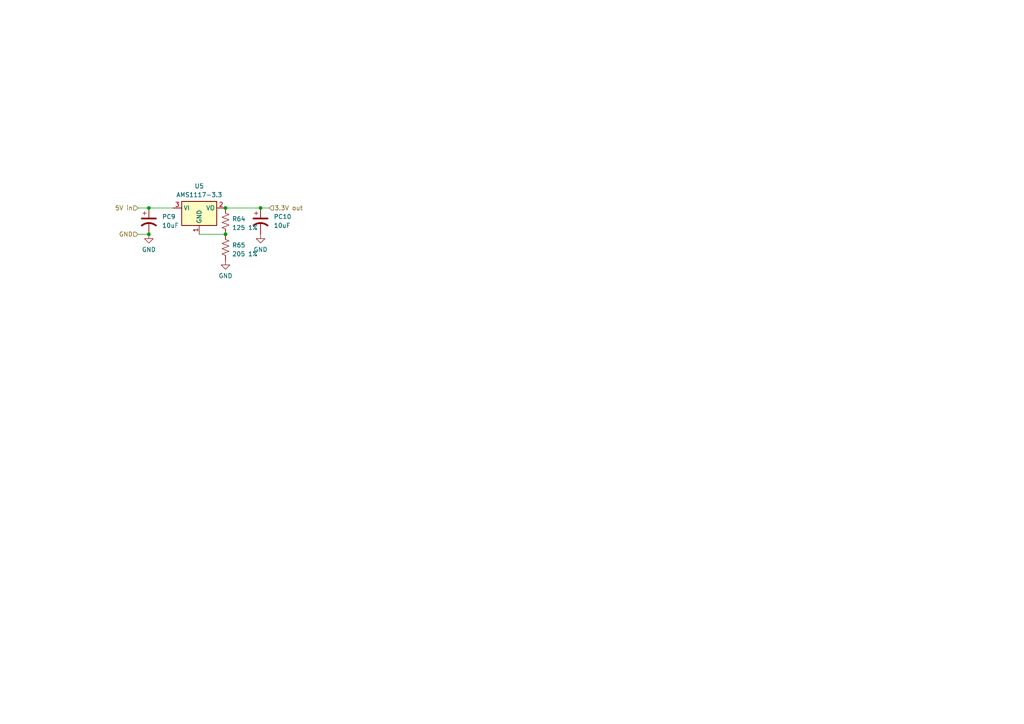
<source format=kicad_sch>
(kicad_sch (version 20230121) (generator eeschema)
  (paper "A4")
  (lib_symbols
    (symbol "Device:C_Polarized_US" (pin_numbers hide) (pin_names (offset 0.254) hide)
      (property "Reference" "C" (at 0.635 2.54 0))
      (property "Value" "C_Polarized_US" (at 0.635 -2.54 0))
      (symbol "C_Polarized_US_0_1"
        (polyline (pts (xy -2.032 0.762) (xy 2.032 0.762)) (stroke (width 0.508)))
        (polyline (pts (xy -1.778 2.286) (xy -0.762 2.286)))
        (polyline (pts (xy -1.27 1.778) (xy -1.27 2.794)))
        (arc (start 2.032 -1.27) (mid 0 -0.5572) (end -2.032 -1.27) (stroke (width 0.508)))
      )
      (symbol "C_Polarized_US_1_1"
        (pin passive line (at 0 3.81 270) (length 2.794) (name "~") (number "1"))
        (pin passive line (at 0 -3.81 90) (length 3.302) (name "~") (number "2"))
      )
    )
    (symbol "Device:R_US" (pin_numbers hide) (pin_names (offset 0))
      (property "Reference" "R" (at 2.54 0 90))
      (property "Value" "R_US" (at -2.54 0 90))
      (symbol "R_US_0_1"
        (polyline (pts (xy 0 -2.286) (xy 0 -2.54)))
        (polyline (pts (xy 0 2.286) (xy 0 2.54)))
        (polyline (pts (xy 0 -0.762) (xy 1.016 -1.143) (xy 0 -1.524) (xy -1.016 -1.905) (xy 0 -2.286)))
        (polyline (pts (xy 0 0.762) (xy 1.016 0.381) (xy 0 0) (xy -1.016 -0.381) (xy 0 -0.762)))
        (polyline (pts (xy 0 2.286) (xy 1.016 1.905) (xy 0 1.524) (xy -1.016 1.143) (xy 0 0.762)))
      )
      (symbol "R_US_1_1"
        (pin passive line (at 0 3.81 270) (length 1.27) (name "~") (number "1"))
        (pin passive line (at 0 -3.81 90) (length 1.27) (name "~") (number "2"))
      )
    )
    (symbol "Regulator_Linear:AMS1117-3.3"
      (property "Reference" "U" (at -3.81 3.175 0))
      (property "Value" "AMS1117-3.3" (at 0 3.175 0))
      (symbol "AMS1117-3.3_0_1"
        (rectangle (start -5.08 -5.08) (end 5.08 1.905) (stroke (width 0.254)) (fill (type background)))
      )
      (symbol "AMS1117-3.3_1_1"
        (pin power_in line (at 0 -7.62 90) (length 2.54) (name "GND") (number "1"))
        (pin power_out line (at 7.62 0 180) (length 2.54) (name "VO") (number "2"))
        (pin power_in line (at -7.62 0 0) (length 2.54) (name "VI") (number "3"))
      )
    )
    (symbol "power:GND" (power) (pin_names (offset 0))
      (property "Value" "GND" (at 0 -3.81 0))
      (symbol "GND_0_1"
        (polyline (pts (xy 0 0) (xy 0 -1.27) (xy 1.27 -1.27) (xy 0 -2.54) (xy -1.27 -1.27) (xy 0 -1.27)))
      )
      (symbol "GND_1_1"
        (pin power_in line (at 0 0 270) (length 0) hide (name "GND") (number "1"))
      )
    )
  )
  (junction (at 43.18 67.945))
  (junction (at 65.405 67.945))
  (junction (at 43.18 60.325))
  (junction (at 65.405 60.325))
  (junction (at 75.565 60.325))
  (wire (pts (xy 43.18 60.325) (xy 50.165 60.325)))
  (wire (pts (xy 65.405 60.325) (xy 75.565 60.325)))
  (wire (pts (xy 40.005 60.325) (xy 43.18 60.325)))
  (wire (pts (xy 40.005 67.945) (xy 43.18 67.945)))
  (wire (pts (xy 75.565 60.325) (xy 78.105 60.325)))
  (wire (pts (xy 57.785 67.945) (xy 65.405 67.945)))
  (hierarchical_label "5V in" (shape input) (at 40.005 60.325 180))
  (hierarchical_label "3.3V out" (shape input) (at 78.105 60.325 0))
  (hierarchical_label "GND" (shape input) (at 40.005 67.945 180))
  (symbol (lib_id "Device:R_US") (at 65.405 71.755 0) (unit 1)
    (property "Reference" "R65" (at 67.31 71.12 0) (effects (justify left)))
    (property "Value" "205 1%" (at 67.31 73.66 0) (effects (justify left)))
  )
  (symbol (lib_id "power:GND") (at 75.565 67.945 0) (unit 1)
    (property "Reference" "#PWR0292" (effects hide))
    (property "Value" "GND" (at 75.565 72.39 0))
  )
  (symbol (lib_id "Device:C_Polarized_US") (at 43.18 64.135 0) (unit 1)
    (property "Reference" "PC9" (at 46.99 62.865 0) (effects (justify left)))
    (property "Value" "10uF" (at 46.99 65.405 0) (effects (justify left)))
  )
  (symbol (lib_id "power:GND") (at 43.18 67.945 0) (unit 1)
    (property "Reference" "#PWR0291" (effects hide))
    (property "Value" "GND" (at 43.18 72.39 0))
  )
  (symbol (lib_id "power:GND") (at 65.405 75.565 0) (unit 1)
    (property "Reference" "#PWR0290" (effects hide))
    (property "Value" "GND" (at 65.405 80.01 0))
  )
  (symbol (lib_id "Regulator_Linear:AMS1117-3.3") (at 57.785 60.325 0) (unit 1)
    (property "Reference" "U5" (at 57.785 53.975 0))
    (property "Value" "AMS1117-3.3" (at 57.785 56.515 0))
    (property "Footprint" "Package_TO_SOT_SMD:SOT-223-3_TabPin2" (effects hide))
    (property "Datasheet" "http://www.advanced-monolithic.com/pdf/ds1117.pdf" (effects hide))
  )
  (symbol (lib_id "Device:R_US") (at 65.405 64.135 0) (unit 1)
    (property "Reference" "R64" (at 67.31 63.5 0) (effects (justify left)))
    (property "Value" "125 1%" (at 67.31 66.04 0) (effects (justify left)))
  )
  (symbol (lib_id "Device:C_Polarized_US") (at 75.565 64.135 0) (unit 1)
    (property "Reference" "PC10" (at 79.375 62.865 0) (effects (justify left)))
    (property "Value" "10uF" (at 79.375 65.405 0) (effects (justify left)))
  )
)
</source>
